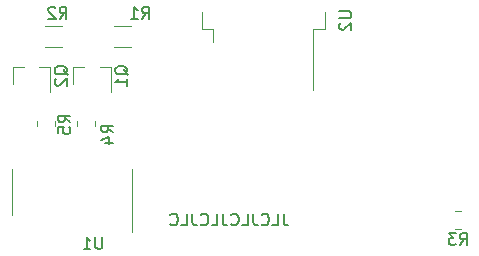
<source format=gbo>
%TF.GenerationSoftware,KiCad,Pcbnew,5.1.9*%
%TF.CreationDate,2021-02-24T23:37:06+01:00*%
%TF.ProjectId,qr_reader,71725f72-6561-4646-9572-2e6b69636164,rev?*%
%TF.SameCoordinates,Original*%
%TF.FileFunction,Legend,Bot*%
%TF.FilePolarity,Positive*%
%FSLAX46Y46*%
G04 Gerber Fmt 4.6, Leading zero omitted, Abs format (unit mm)*
G04 Created by KiCad (PCBNEW 5.1.9) date 2021-02-24 23:37:06*
%MOMM*%
%LPD*%
G01*
G04 APERTURE LIST*
%ADD10C,0.150000*%
%ADD11C,0.120000*%
G04 APERTURE END LIST*
D10*
X140619047Y-59952380D02*
X140619047Y-60666666D01*
X140666666Y-60809523D01*
X140761904Y-60904761D01*
X140904761Y-60952380D01*
X141000000Y-60952380D01*
X139666666Y-60952380D02*
X140142857Y-60952380D01*
X140142857Y-59952380D01*
X138761904Y-60857142D02*
X138809523Y-60904761D01*
X138952380Y-60952380D01*
X139047619Y-60952380D01*
X139190476Y-60904761D01*
X139285714Y-60809523D01*
X139333333Y-60714285D01*
X139380952Y-60523809D01*
X139380952Y-60380952D01*
X139333333Y-60190476D01*
X139285714Y-60095238D01*
X139190476Y-60000000D01*
X139047619Y-59952380D01*
X138952380Y-59952380D01*
X138809523Y-60000000D01*
X138761904Y-60047619D01*
X138047619Y-59952380D02*
X138047619Y-60666666D01*
X138095238Y-60809523D01*
X138190476Y-60904761D01*
X138333333Y-60952380D01*
X138428571Y-60952380D01*
X137095238Y-60952380D02*
X137571428Y-60952380D01*
X137571428Y-59952380D01*
X136190476Y-60857142D02*
X136238095Y-60904761D01*
X136380952Y-60952380D01*
X136476190Y-60952380D01*
X136619047Y-60904761D01*
X136714285Y-60809523D01*
X136761904Y-60714285D01*
X136809523Y-60523809D01*
X136809523Y-60380952D01*
X136761904Y-60190476D01*
X136714285Y-60095238D01*
X136619047Y-60000000D01*
X136476190Y-59952380D01*
X136380952Y-59952380D01*
X136238095Y-60000000D01*
X136190476Y-60047619D01*
X135476190Y-59952380D02*
X135476190Y-60666666D01*
X135523809Y-60809523D01*
X135619047Y-60904761D01*
X135761904Y-60952380D01*
X135857142Y-60952380D01*
X134523809Y-60952380D02*
X135000000Y-60952380D01*
X135000000Y-59952380D01*
X133619047Y-60857142D02*
X133666666Y-60904761D01*
X133809523Y-60952380D01*
X133904761Y-60952380D01*
X134047619Y-60904761D01*
X134142857Y-60809523D01*
X134190476Y-60714285D01*
X134238095Y-60523809D01*
X134238095Y-60380952D01*
X134190476Y-60190476D01*
X134142857Y-60095238D01*
X134047619Y-60000000D01*
X133904761Y-59952380D01*
X133809523Y-59952380D01*
X133666666Y-60000000D01*
X133619047Y-60047619D01*
X132904761Y-59952380D02*
X132904761Y-60666666D01*
X132952380Y-60809523D01*
X133047619Y-60904761D01*
X133190476Y-60952380D01*
X133285714Y-60952380D01*
X131952380Y-60952380D02*
X132428571Y-60952380D01*
X132428571Y-59952380D01*
X131047619Y-60857142D02*
X131095238Y-60904761D01*
X131238095Y-60952380D01*
X131333333Y-60952380D01*
X131476190Y-60904761D01*
X131571428Y-60809523D01*
X131619047Y-60714285D01*
X131666666Y-60523809D01*
X131666666Y-60380952D01*
X131619047Y-60190476D01*
X131571428Y-60095238D01*
X131476190Y-60000000D01*
X131333333Y-59952380D01*
X131238095Y-59952380D01*
X131095238Y-60000000D01*
X131047619Y-60047619D01*
D11*
%TO.C,U2*%
X134650000Y-44350000D02*
X134650000Y-45450000D01*
X133700000Y-44350000D02*
X134650000Y-44350000D01*
X133700000Y-42850000D02*
X133700000Y-44350000D01*
X143150000Y-44350000D02*
X143150000Y-49475000D01*
X144100000Y-44350000D02*
X143150000Y-44350000D01*
X144100000Y-42850000D02*
X144100000Y-44350000D01*
%TO.C,U1*%
X127760000Y-58100000D02*
X127760000Y-61550000D01*
X127760000Y-58100000D02*
X127760000Y-56150000D01*
X117640000Y-58100000D02*
X117640000Y-60050000D01*
X117640000Y-58100000D02*
X117640000Y-56150000D01*
%TO.C,R5*%
X119765000Y-52527064D02*
X119765000Y-52072936D01*
X121235000Y-52527064D02*
X121235000Y-52072936D01*
%TO.C,R4*%
X123165000Y-52527064D02*
X123165000Y-52072936D01*
X124635000Y-52527064D02*
X124635000Y-52072936D01*
%TO.C,R3*%
X155160436Y-59765000D02*
X155614564Y-59765000D01*
X155160436Y-61235000D02*
X155614564Y-61235000D01*
%TO.C,R2*%
X120430936Y-44048000D02*
X121885064Y-44048000D01*
X120430936Y-45868000D02*
X121885064Y-45868000D01*
%TO.C,R1*%
X126272936Y-44048000D02*
X127727064Y-44048000D01*
X126272936Y-45868000D02*
X127727064Y-45868000D01*
%TO.C,Q2*%
X117720000Y-47540000D02*
X117720000Y-49000000D01*
X120880000Y-47540000D02*
X120880000Y-49700000D01*
X120880000Y-47540000D02*
X119950000Y-47540000D01*
X117720000Y-47540000D02*
X118650000Y-47540000D01*
%TO.C,Q1*%
X122820000Y-47540000D02*
X122820000Y-49000000D01*
X125980000Y-47540000D02*
X125980000Y-49700000D01*
X125980000Y-47540000D02*
X125050000Y-47540000D01*
X122820000Y-47540000D02*
X123750000Y-47540000D01*
%TO.C,U2*%
D10*
X145352380Y-42838095D02*
X146161904Y-42838095D01*
X146257142Y-42885714D01*
X146304761Y-42933333D01*
X146352380Y-43028571D01*
X146352380Y-43219047D01*
X146304761Y-43314285D01*
X146257142Y-43361904D01*
X146161904Y-43409523D01*
X145352380Y-43409523D01*
X145447619Y-43838095D02*
X145400000Y-43885714D01*
X145352380Y-43980952D01*
X145352380Y-44219047D01*
X145400000Y-44314285D01*
X145447619Y-44361904D01*
X145542857Y-44409523D01*
X145638095Y-44409523D01*
X145780952Y-44361904D01*
X146352380Y-43790476D01*
X146352380Y-44409523D01*
%TO.C,U1*%
X125261904Y-61952380D02*
X125261904Y-62761904D01*
X125214285Y-62857142D01*
X125166666Y-62904761D01*
X125071428Y-62952380D01*
X124880952Y-62952380D01*
X124785714Y-62904761D01*
X124738095Y-62857142D01*
X124690476Y-62761904D01*
X124690476Y-61952380D01*
X123690476Y-62952380D02*
X124261904Y-62952380D01*
X123976190Y-62952380D02*
X123976190Y-61952380D01*
X124071428Y-62095238D01*
X124166666Y-62190476D01*
X124261904Y-62238095D01*
%TO.C,R5*%
X122552380Y-52233333D02*
X122076190Y-51900000D01*
X122552380Y-51661904D02*
X121552380Y-51661904D01*
X121552380Y-52042857D01*
X121600000Y-52138095D01*
X121647619Y-52185714D01*
X121742857Y-52233333D01*
X121885714Y-52233333D01*
X121980952Y-52185714D01*
X122028571Y-52138095D01*
X122076190Y-52042857D01*
X122076190Y-51661904D01*
X121552380Y-53138095D02*
X121552380Y-52661904D01*
X122028571Y-52614285D01*
X121980952Y-52661904D01*
X121933333Y-52757142D01*
X121933333Y-52995238D01*
X121980952Y-53090476D01*
X122028571Y-53138095D01*
X122123809Y-53185714D01*
X122361904Y-53185714D01*
X122457142Y-53138095D01*
X122504761Y-53090476D01*
X122552380Y-52995238D01*
X122552380Y-52757142D01*
X122504761Y-52661904D01*
X122457142Y-52614285D01*
%TO.C,R4*%
X126202380Y-53083333D02*
X125726190Y-52750000D01*
X126202380Y-52511904D02*
X125202380Y-52511904D01*
X125202380Y-52892857D01*
X125250000Y-52988095D01*
X125297619Y-53035714D01*
X125392857Y-53083333D01*
X125535714Y-53083333D01*
X125630952Y-53035714D01*
X125678571Y-52988095D01*
X125726190Y-52892857D01*
X125726190Y-52511904D01*
X125535714Y-53940476D02*
X126202380Y-53940476D01*
X125154761Y-53702380D02*
X125869047Y-53464285D01*
X125869047Y-54083333D01*
%TO.C,R3*%
X155554166Y-62602380D02*
X155887500Y-62126190D01*
X156125595Y-62602380D02*
X156125595Y-61602380D01*
X155744642Y-61602380D01*
X155649404Y-61650000D01*
X155601785Y-61697619D01*
X155554166Y-61792857D01*
X155554166Y-61935714D01*
X155601785Y-62030952D01*
X155649404Y-62078571D01*
X155744642Y-62126190D01*
X156125595Y-62126190D01*
X155220833Y-61602380D02*
X154601785Y-61602380D01*
X154935119Y-61983333D01*
X154792261Y-61983333D01*
X154697023Y-62030952D01*
X154649404Y-62078571D01*
X154601785Y-62173809D01*
X154601785Y-62411904D01*
X154649404Y-62507142D01*
X154697023Y-62554761D01*
X154792261Y-62602380D01*
X155077976Y-62602380D01*
X155173214Y-62554761D01*
X155220833Y-62507142D01*
%TO.C,R2*%
X121666666Y-43452380D02*
X122000000Y-42976190D01*
X122238095Y-43452380D02*
X122238095Y-42452380D01*
X121857142Y-42452380D01*
X121761904Y-42500000D01*
X121714285Y-42547619D01*
X121666666Y-42642857D01*
X121666666Y-42785714D01*
X121714285Y-42880952D01*
X121761904Y-42928571D01*
X121857142Y-42976190D01*
X122238095Y-42976190D01*
X121285714Y-42547619D02*
X121238095Y-42500000D01*
X121142857Y-42452380D01*
X120904761Y-42452380D01*
X120809523Y-42500000D01*
X120761904Y-42547619D01*
X120714285Y-42642857D01*
X120714285Y-42738095D01*
X120761904Y-42880952D01*
X121333333Y-43452380D01*
X120714285Y-43452380D01*
%TO.C,R1*%
X128666666Y-43452380D02*
X129000000Y-42976190D01*
X129238095Y-43452380D02*
X129238095Y-42452380D01*
X128857142Y-42452380D01*
X128761904Y-42500000D01*
X128714285Y-42547619D01*
X128666666Y-42642857D01*
X128666666Y-42785714D01*
X128714285Y-42880952D01*
X128761904Y-42928571D01*
X128857142Y-42976190D01*
X129238095Y-42976190D01*
X127714285Y-43452380D02*
X128285714Y-43452380D01*
X128000000Y-43452380D02*
X128000000Y-42452380D01*
X128095238Y-42595238D01*
X128190476Y-42690476D01*
X128285714Y-42738095D01*
%TO.C,Q2*%
X122347619Y-48204761D02*
X122300000Y-48109523D01*
X122204761Y-48014285D01*
X122061904Y-47871428D01*
X122014285Y-47776190D01*
X122014285Y-47680952D01*
X122252380Y-47728571D02*
X122204761Y-47633333D01*
X122109523Y-47538095D01*
X121919047Y-47490476D01*
X121585714Y-47490476D01*
X121395238Y-47538095D01*
X121300000Y-47633333D01*
X121252380Y-47728571D01*
X121252380Y-47919047D01*
X121300000Y-48014285D01*
X121395238Y-48109523D01*
X121585714Y-48157142D01*
X121919047Y-48157142D01*
X122109523Y-48109523D01*
X122204761Y-48014285D01*
X122252380Y-47919047D01*
X122252380Y-47728571D01*
X121347619Y-48538095D02*
X121300000Y-48585714D01*
X121252380Y-48680952D01*
X121252380Y-48919047D01*
X121300000Y-49014285D01*
X121347619Y-49061904D01*
X121442857Y-49109523D01*
X121538095Y-49109523D01*
X121680952Y-49061904D01*
X122252380Y-48490476D01*
X122252380Y-49109523D01*
%TO.C,Q1*%
X127447619Y-48204761D02*
X127400000Y-48109523D01*
X127304761Y-48014285D01*
X127161904Y-47871428D01*
X127114285Y-47776190D01*
X127114285Y-47680952D01*
X127352380Y-47728571D02*
X127304761Y-47633333D01*
X127209523Y-47538095D01*
X127019047Y-47490476D01*
X126685714Y-47490476D01*
X126495238Y-47538095D01*
X126400000Y-47633333D01*
X126352380Y-47728571D01*
X126352380Y-47919047D01*
X126400000Y-48014285D01*
X126495238Y-48109523D01*
X126685714Y-48157142D01*
X127019047Y-48157142D01*
X127209523Y-48109523D01*
X127304761Y-48014285D01*
X127352380Y-47919047D01*
X127352380Y-47728571D01*
X127352380Y-49109523D02*
X127352380Y-48538095D01*
X127352380Y-48823809D02*
X126352380Y-48823809D01*
X126495238Y-48728571D01*
X126590476Y-48633333D01*
X126638095Y-48538095D01*
%TD*%
M02*

</source>
